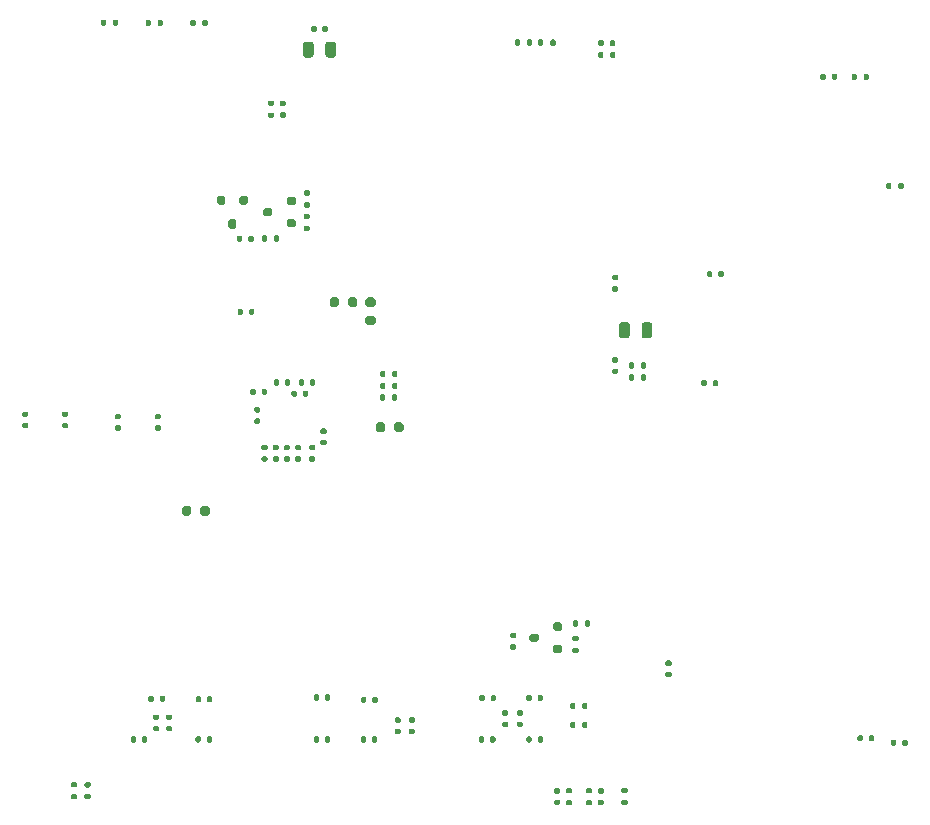
<source format=gbr>
%TF.GenerationSoftware,KiCad,Pcbnew,(5.1.8-0-10_14)*%
%TF.CreationDate,2021-02-17T10:46:27+00:00*%
%TF.ProjectId,sd2snes_ecp5,73643273-6e65-4735-9f65-6370352e6b69,B*%
%TF.SameCoordinates,Original*%
%TF.FileFunction,Paste,Bot*%
%TF.FilePolarity,Positive*%
%FSLAX46Y46*%
G04 Gerber Fmt 4.6, Leading zero omitted, Abs format (unit mm)*
G04 Created by KiCad (PCBNEW (5.1.8-0-10_14)) date 2021-02-17 10:46:27*
%MOMM*%
%LPD*%
G01*
G04 APERTURE LIST*
G04 APERTURE END LIST*
%TO.C,R316*%
G36*
G01*
X171810000Y-77640000D02*
X171810000Y-77960000D01*
G75*
G02*
X171700000Y-78070000I-110000J0D01*
G01*
X171480000Y-78070000D01*
G75*
G02*
X171370000Y-77960000I0J110000D01*
G01*
X171370000Y-77640000D01*
G75*
G02*
X171480000Y-77530000I110000J0D01*
G01*
X171700000Y-77530000D01*
G75*
G02*
X171810000Y-77640000I0J-110000D01*
G01*
G37*
G36*
G01*
X172830000Y-77640000D02*
X172830000Y-77960000D01*
G75*
G02*
X172720000Y-78070000I-110000J0D01*
G01*
X172500000Y-78070000D01*
G75*
G02*
X172390000Y-77960000I0J110000D01*
G01*
X172390000Y-77640000D01*
G75*
G02*
X172500000Y-77530000I110000J0D01*
G01*
X172720000Y-77530000D01*
G75*
G02*
X172830000Y-77640000I0J-110000D01*
G01*
G37*
%TD*%
%TO.C,R315*%
G36*
G01*
X165365000Y-76910000D02*
X165365000Y-76590000D01*
G75*
G02*
X165475000Y-76480000I110000J0D01*
G01*
X165695000Y-76480000D01*
G75*
G02*
X165805000Y-76590000I0J-110000D01*
G01*
X165805000Y-76910000D01*
G75*
G02*
X165695000Y-77020000I-110000J0D01*
G01*
X165475000Y-77020000D01*
G75*
G02*
X165365000Y-76910000I0J110000D01*
G01*
G37*
G36*
G01*
X164345000Y-76910000D02*
X164345000Y-76590000D01*
G75*
G02*
X164455000Y-76480000I110000J0D01*
G01*
X164675000Y-76480000D01*
G75*
G02*
X164785000Y-76590000I0J-110000D01*
G01*
X164785000Y-76910000D01*
G75*
G02*
X164675000Y-77020000I-110000J0D01*
G01*
X164455000Y-77020000D01*
G75*
G02*
X164345000Y-76910000I0J110000D01*
G01*
G37*
%TD*%
%TO.C,R314*%
G36*
G01*
X166745000Y-76590000D02*
X166745000Y-76910000D01*
G75*
G02*
X166635000Y-77020000I-110000J0D01*
G01*
X166415000Y-77020000D01*
G75*
G02*
X166305000Y-76910000I0J110000D01*
G01*
X166305000Y-76590000D01*
G75*
G02*
X166415000Y-76480000I110000J0D01*
G01*
X166635000Y-76480000D01*
G75*
G02*
X166745000Y-76590000I0J-110000D01*
G01*
G37*
G36*
G01*
X167765000Y-76590000D02*
X167765000Y-76910000D01*
G75*
G02*
X167655000Y-77020000I-110000J0D01*
G01*
X167435000Y-77020000D01*
G75*
G02*
X167325000Y-76910000I0J110000D01*
G01*
X167325000Y-76590000D01*
G75*
G02*
X167435000Y-76480000I110000J0D01*
G01*
X167655000Y-76480000D01*
G75*
G02*
X167765000Y-76590000I0J-110000D01*
G01*
G37*
%TD*%
%TO.C,C314*%
G36*
G01*
X172350000Y-76945000D02*
X172350000Y-76655000D01*
G75*
G02*
X172465000Y-76540000I115000J0D01*
G01*
X172695000Y-76540000D01*
G75*
G02*
X172810000Y-76655000I0J-115000D01*
G01*
X172810000Y-76945000D01*
G75*
G02*
X172695000Y-77060000I-115000J0D01*
G01*
X172465000Y-77060000D01*
G75*
G02*
X172350000Y-76945000I0J115000D01*
G01*
G37*
G36*
G01*
X171390000Y-76945000D02*
X171390000Y-76655000D01*
G75*
G02*
X171505000Y-76540000I115000J0D01*
G01*
X171735000Y-76540000D01*
G75*
G02*
X171850000Y-76655000I0J-115000D01*
G01*
X171850000Y-76945000D01*
G75*
G02*
X171735000Y-77060000I-115000J0D01*
G01*
X171505000Y-77060000D01*
G75*
G02*
X171390000Y-76945000I0J115000D01*
G01*
G37*
%TD*%
%TO.C,D601*%
G36*
G01*
X140225000Y-91700000D02*
X140575000Y-91700000D01*
G75*
G02*
X140750000Y-91875000I0J-175000D01*
G01*
X140750000Y-92325000D01*
G75*
G02*
X140575000Y-92500000I-175000J0D01*
G01*
X140225000Y-92500000D01*
G75*
G02*
X140050000Y-92325000I0J175000D01*
G01*
X140050000Y-91875000D01*
G75*
G02*
X140225000Y-91700000I175000J0D01*
G01*
G37*
G36*
G01*
X141175000Y-89700000D02*
X141525000Y-89700000D01*
G75*
G02*
X141700000Y-89875000I0J-175000D01*
G01*
X141700000Y-90325000D01*
G75*
G02*
X141525000Y-90500000I-175000J0D01*
G01*
X141175000Y-90500000D01*
G75*
G02*
X141000000Y-90325000I0J175000D01*
G01*
X141000000Y-89875000D01*
G75*
G02*
X141175000Y-89700000I175000J0D01*
G01*
G37*
G36*
G01*
X139275000Y-89700000D02*
X139625000Y-89700000D01*
G75*
G02*
X139800000Y-89875000I0J-175000D01*
G01*
X139800000Y-90325000D01*
G75*
G02*
X139625000Y-90500000I-175000J0D01*
G01*
X139275000Y-90500000D01*
G75*
G02*
X139100000Y-90325000I0J175000D01*
G01*
X139100000Y-89875000D01*
G75*
G02*
X139275000Y-89700000I175000J0D01*
G01*
G37*
%TD*%
%TO.C,Q601*%
G36*
G01*
X143800000Y-90925000D02*
X143800000Y-91275000D01*
G75*
G02*
X143625000Y-91450000I-175000J0D01*
G01*
X143175000Y-91450000D01*
G75*
G02*
X143000000Y-91275000I0J175000D01*
G01*
X143000000Y-90925000D01*
G75*
G02*
X143175000Y-90750000I175000J0D01*
G01*
X143625000Y-90750000D01*
G75*
G02*
X143800000Y-90925000I0J-175000D01*
G01*
G37*
G36*
G01*
X145800000Y-91875000D02*
X145800000Y-92225000D01*
G75*
G02*
X145625000Y-92400000I-175000J0D01*
G01*
X145175000Y-92400000D01*
G75*
G02*
X145000000Y-92225000I0J175000D01*
G01*
X145000000Y-91875000D01*
G75*
G02*
X145175000Y-91700000I175000J0D01*
G01*
X145625000Y-91700000D01*
G75*
G02*
X145800000Y-91875000I0J-175000D01*
G01*
G37*
G36*
G01*
X145800000Y-89975000D02*
X145800000Y-90325000D01*
G75*
G02*
X145625000Y-90500000I-175000J0D01*
G01*
X145175000Y-90500000D01*
G75*
G02*
X145000000Y-90325000I0J175000D01*
G01*
X145000000Y-89975000D01*
G75*
G02*
X145175000Y-89800000I175000J0D01*
G01*
X145625000Y-89800000D01*
G75*
G02*
X145800000Y-89975000I0J-175000D01*
G01*
G37*
%TD*%
%TO.C,Q201*%
G36*
G01*
X166345000Y-126970000D02*
X166345000Y-127320000D01*
G75*
G02*
X166170000Y-127495000I-175000J0D01*
G01*
X165720000Y-127495000D01*
G75*
G02*
X165545000Y-127320000I0J175000D01*
G01*
X165545000Y-126970000D01*
G75*
G02*
X165720000Y-126795000I175000J0D01*
G01*
X166170000Y-126795000D01*
G75*
G02*
X166345000Y-126970000I0J-175000D01*
G01*
G37*
G36*
G01*
X168345000Y-127920000D02*
X168345000Y-128270000D01*
G75*
G02*
X168170000Y-128445000I-175000J0D01*
G01*
X167720000Y-128445000D01*
G75*
G02*
X167545000Y-128270000I0J175000D01*
G01*
X167545000Y-127920000D01*
G75*
G02*
X167720000Y-127745000I175000J0D01*
G01*
X168170000Y-127745000D01*
G75*
G02*
X168345000Y-127920000I0J-175000D01*
G01*
G37*
G36*
G01*
X168345000Y-126020000D02*
X168345000Y-126370000D01*
G75*
G02*
X168170000Y-126545000I-175000J0D01*
G01*
X167720000Y-126545000D01*
G75*
G02*
X167545000Y-126370000I0J175000D01*
G01*
X167545000Y-126020000D01*
G75*
G02*
X167720000Y-125845000I175000J0D01*
G01*
X168170000Y-125845000D01*
G75*
G02*
X168345000Y-126020000I0J-175000D01*
G01*
G37*
%TD*%
%TO.C,R313*%
G36*
G01*
X174410000Y-103940000D02*
X174410000Y-104260000D01*
G75*
G02*
X174300000Y-104370000I-110000J0D01*
G01*
X174080000Y-104370000D01*
G75*
G02*
X173970000Y-104260000I0J110000D01*
G01*
X173970000Y-103940000D01*
G75*
G02*
X174080000Y-103830000I110000J0D01*
G01*
X174300000Y-103830000D01*
G75*
G02*
X174410000Y-103940000I0J-110000D01*
G01*
G37*
G36*
G01*
X175430000Y-103940000D02*
X175430000Y-104260000D01*
G75*
G02*
X175320000Y-104370000I-110000J0D01*
G01*
X175100000Y-104370000D01*
G75*
G02*
X174990000Y-104260000I0J110000D01*
G01*
X174990000Y-103940000D01*
G75*
G02*
X175100000Y-103830000I110000J0D01*
G01*
X175320000Y-103830000D01*
G75*
G02*
X175430000Y-103940000I0J-110000D01*
G01*
G37*
%TD*%
%TO.C,R312*%
G36*
G01*
X174410000Y-104940000D02*
X174410000Y-105260000D01*
G75*
G02*
X174300000Y-105370000I-110000J0D01*
G01*
X174080000Y-105370000D01*
G75*
G02*
X173970000Y-105260000I0J110000D01*
G01*
X173970000Y-104940000D01*
G75*
G02*
X174080000Y-104830000I110000J0D01*
G01*
X174300000Y-104830000D01*
G75*
G02*
X174410000Y-104940000I0J-110000D01*
G01*
G37*
G36*
G01*
X175430000Y-104940000D02*
X175430000Y-105260000D01*
G75*
G02*
X175320000Y-105370000I-110000J0D01*
G01*
X175100000Y-105370000D01*
G75*
G02*
X174990000Y-105260000I0J110000D01*
G01*
X174990000Y-104940000D01*
G75*
G02*
X175100000Y-104830000I110000J0D01*
G01*
X175320000Y-104830000D01*
G75*
G02*
X175430000Y-104940000I0J-110000D01*
G01*
G37*
%TD*%
%TO.C,R311*%
G36*
G01*
X143828000Y-82110000D02*
X143508000Y-82110000D01*
G75*
G02*
X143398000Y-82000000I0J110000D01*
G01*
X143398000Y-81780000D01*
G75*
G02*
X143508000Y-81670000I110000J0D01*
G01*
X143828000Y-81670000D01*
G75*
G02*
X143938000Y-81780000I0J-110000D01*
G01*
X143938000Y-82000000D01*
G75*
G02*
X143828000Y-82110000I-110000J0D01*
G01*
G37*
G36*
G01*
X143828000Y-83130000D02*
X143508000Y-83130000D01*
G75*
G02*
X143398000Y-83020000I0J110000D01*
G01*
X143398000Y-82800000D01*
G75*
G02*
X143508000Y-82690000I110000J0D01*
G01*
X143828000Y-82690000D01*
G75*
G02*
X143938000Y-82800000I0J-110000D01*
G01*
X143938000Y-83020000D01*
G75*
G02*
X143828000Y-83130000I-110000J0D01*
G01*
G37*
%TD*%
%TO.C,C313*%
G36*
G01*
X144813000Y-82150000D02*
X144523000Y-82150000D01*
G75*
G02*
X144408000Y-82035000I0J115000D01*
G01*
X144408000Y-81805000D01*
G75*
G02*
X144523000Y-81690000I115000J0D01*
G01*
X144813000Y-81690000D01*
G75*
G02*
X144928000Y-81805000I0J-115000D01*
G01*
X144928000Y-82035000D01*
G75*
G02*
X144813000Y-82150000I-115000J0D01*
G01*
G37*
G36*
G01*
X144813000Y-83110000D02*
X144523000Y-83110000D01*
G75*
G02*
X144408000Y-82995000I0J115000D01*
G01*
X144408000Y-82765000D01*
G75*
G02*
X144523000Y-82650000I115000J0D01*
G01*
X144813000Y-82650000D01*
G75*
G02*
X144928000Y-82765000I0J-115000D01*
G01*
X144928000Y-82995000D01*
G75*
G02*
X144813000Y-83110000I-115000J0D01*
G01*
G37*
%TD*%
%TO.C,R205*%
G36*
G01*
X170010000Y-134685000D02*
X170010000Y-134365000D01*
G75*
G02*
X170120000Y-134255000I110000J0D01*
G01*
X170340000Y-134255000D01*
G75*
G02*
X170450000Y-134365000I0J-110000D01*
G01*
X170450000Y-134685000D01*
G75*
G02*
X170340000Y-134795000I-110000J0D01*
G01*
X170120000Y-134795000D01*
G75*
G02*
X170010000Y-134685000I0J110000D01*
G01*
G37*
G36*
G01*
X168990000Y-134685000D02*
X168990000Y-134365000D01*
G75*
G02*
X169100000Y-134255000I110000J0D01*
G01*
X169320000Y-134255000D01*
G75*
G02*
X169430000Y-134365000I0J-110000D01*
G01*
X169430000Y-134685000D01*
G75*
G02*
X169320000Y-134795000I-110000J0D01*
G01*
X169100000Y-134795000D01*
G75*
G02*
X168990000Y-134685000I0J110000D01*
G01*
G37*
%TD*%
%TO.C,R204*%
G36*
G01*
X170010000Y-133085000D02*
X170010000Y-132765000D01*
G75*
G02*
X170120000Y-132655000I110000J0D01*
G01*
X170340000Y-132655000D01*
G75*
G02*
X170450000Y-132765000I0J-110000D01*
G01*
X170450000Y-133085000D01*
G75*
G02*
X170340000Y-133195000I-110000J0D01*
G01*
X170120000Y-133195000D01*
G75*
G02*
X170010000Y-133085000I0J110000D01*
G01*
G37*
G36*
G01*
X168990000Y-133085000D02*
X168990000Y-132765000D01*
G75*
G02*
X169100000Y-132655000I110000J0D01*
G01*
X169320000Y-132655000D01*
G75*
G02*
X169430000Y-132765000I0J-110000D01*
G01*
X169430000Y-133085000D01*
G75*
G02*
X169320000Y-133195000I-110000J0D01*
G01*
X169100000Y-133195000D01*
G75*
G02*
X168990000Y-133085000I0J110000D01*
G01*
G37*
%TD*%
%TO.C,C506*%
G36*
G01*
X145825000Y-111775000D02*
X146115000Y-111775000D01*
G75*
G02*
X146230000Y-111890000I0J-115000D01*
G01*
X146230000Y-112120000D01*
G75*
G02*
X146115000Y-112235000I-115000J0D01*
G01*
X145825000Y-112235000D01*
G75*
G02*
X145710000Y-112120000I0J115000D01*
G01*
X145710000Y-111890000D01*
G75*
G02*
X145825000Y-111775000I115000J0D01*
G01*
G37*
G36*
G01*
X145825000Y-110815000D02*
X146115000Y-110815000D01*
G75*
G02*
X146230000Y-110930000I0J-115000D01*
G01*
X146230000Y-111160000D01*
G75*
G02*
X146115000Y-111275000I-115000J0D01*
G01*
X145825000Y-111275000D01*
G75*
G02*
X145710000Y-111160000I0J115000D01*
G01*
X145710000Y-110930000D01*
G75*
G02*
X145825000Y-110815000I115000J0D01*
G01*
G37*
%TD*%
%TO.C,C505*%
G36*
G01*
X144875000Y-111775000D02*
X145165000Y-111775000D01*
G75*
G02*
X145280000Y-111890000I0J-115000D01*
G01*
X145280000Y-112120000D01*
G75*
G02*
X145165000Y-112235000I-115000J0D01*
G01*
X144875000Y-112235000D01*
G75*
G02*
X144760000Y-112120000I0J115000D01*
G01*
X144760000Y-111890000D01*
G75*
G02*
X144875000Y-111775000I115000J0D01*
G01*
G37*
G36*
G01*
X144875000Y-110815000D02*
X145165000Y-110815000D01*
G75*
G02*
X145280000Y-110930000I0J-115000D01*
G01*
X145280000Y-111160000D01*
G75*
G02*
X145165000Y-111275000I-115000J0D01*
G01*
X144875000Y-111275000D01*
G75*
G02*
X144760000Y-111160000I0J115000D01*
G01*
X144760000Y-110930000D01*
G75*
G02*
X144875000Y-110815000I115000J0D01*
G01*
G37*
%TD*%
%TO.C,C310*%
G36*
G01*
X174044000Y-100655000D02*
X174044000Y-101555000D01*
G75*
G02*
X173819000Y-101780000I-225000J0D01*
G01*
X173369000Y-101780000D01*
G75*
G02*
X173144000Y-101555000I0J225000D01*
G01*
X173144000Y-100655000D01*
G75*
G02*
X173369000Y-100430000I225000J0D01*
G01*
X173819000Y-100430000D01*
G75*
G02*
X174044000Y-100655000I0J-225000D01*
G01*
G37*
G36*
G01*
X175944000Y-100655000D02*
X175944000Y-101555000D01*
G75*
G02*
X175719000Y-101780000I-225000J0D01*
G01*
X175269000Y-101780000D01*
G75*
G02*
X175044000Y-101555000I0J225000D01*
G01*
X175044000Y-100655000D01*
G75*
G02*
X175269000Y-100430000I225000J0D01*
G01*
X175719000Y-100430000D01*
G75*
G02*
X175944000Y-100655000I0J-225000D01*
G01*
G37*
%TD*%
%TO.C,C515*%
G36*
G01*
X154095000Y-109550000D02*
X154095000Y-109100000D01*
G75*
G02*
X154295000Y-108900000I200000J0D01*
G01*
X154695000Y-108900000D01*
G75*
G02*
X154895000Y-109100000I0J-200000D01*
G01*
X154895000Y-109550000D01*
G75*
G02*
X154695000Y-109750000I-200000J0D01*
G01*
X154295000Y-109750000D01*
G75*
G02*
X154095000Y-109550000I0J200000D01*
G01*
G37*
G36*
G01*
X152545000Y-109550000D02*
X152545000Y-109100000D01*
G75*
G02*
X152745000Y-108900000I200000J0D01*
G01*
X153145000Y-108900000D01*
G75*
G02*
X153345000Y-109100000I0J-200000D01*
G01*
X153345000Y-109550000D01*
G75*
G02*
X153145000Y-109750000I-200000J0D01*
G01*
X152745000Y-109750000D01*
G75*
G02*
X152545000Y-109550000I0J200000D01*
G01*
G37*
%TD*%
%TO.C,R505*%
G36*
G01*
X153944000Y-105960000D02*
X153944000Y-105640000D01*
G75*
G02*
X154054000Y-105530000I110000J0D01*
G01*
X154274000Y-105530000D01*
G75*
G02*
X154384000Y-105640000I0J-110000D01*
G01*
X154384000Y-105960000D01*
G75*
G02*
X154274000Y-106070000I-110000J0D01*
G01*
X154054000Y-106070000D01*
G75*
G02*
X153944000Y-105960000I0J110000D01*
G01*
G37*
G36*
G01*
X152924000Y-105960000D02*
X152924000Y-105640000D01*
G75*
G02*
X153034000Y-105530000I110000J0D01*
G01*
X153254000Y-105530000D01*
G75*
G02*
X153364000Y-105640000I0J-110000D01*
G01*
X153364000Y-105960000D01*
G75*
G02*
X153254000Y-106070000I-110000J0D01*
G01*
X153034000Y-106070000D01*
G75*
G02*
X152924000Y-105960000I0J110000D01*
G01*
G37*
%TD*%
%TO.C,R504*%
G36*
G01*
X153944000Y-106960000D02*
X153944000Y-106640000D01*
G75*
G02*
X154054000Y-106530000I110000J0D01*
G01*
X154274000Y-106530000D01*
G75*
G02*
X154384000Y-106640000I0J-110000D01*
G01*
X154384000Y-106960000D01*
G75*
G02*
X154274000Y-107070000I-110000J0D01*
G01*
X154054000Y-107070000D01*
G75*
G02*
X153944000Y-106960000I0J110000D01*
G01*
G37*
G36*
G01*
X152924000Y-106960000D02*
X152924000Y-106640000D01*
G75*
G02*
X153034000Y-106530000I110000J0D01*
G01*
X153254000Y-106530000D01*
G75*
G02*
X153364000Y-106640000I0J-110000D01*
G01*
X153364000Y-106960000D01*
G75*
G02*
X153254000Y-107070000I-110000J0D01*
G01*
X153034000Y-107070000D01*
G75*
G02*
X152924000Y-106960000I0J110000D01*
G01*
G37*
%TD*%
%TO.C,R503*%
G36*
G01*
X153944000Y-104960000D02*
X153944000Y-104640000D01*
G75*
G02*
X154054000Y-104530000I110000J0D01*
G01*
X154274000Y-104530000D01*
G75*
G02*
X154384000Y-104640000I0J-110000D01*
G01*
X154384000Y-104960000D01*
G75*
G02*
X154274000Y-105070000I-110000J0D01*
G01*
X154054000Y-105070000D01*
G75*
G02*
X153944000Y-104960000I0J110000D01*
G01*
G37*
G36*
G01*
X152924000Y-104960000D02*
X152924000Y-104640000D01*
G75*
G02*
X153034000Y-104530000I110000J0D01*
G01*
X153254000Y-104530000D01*
G75*
G02*
X153364000Y-104640000I0J-110000D01*
G01*
X153364000Y-104960000D01*
G75*
G02*
X153254000Y-105070000I-110000J0D01*
G01*
X153034000Y-105070000D01*
G75*
G02*
X152924000Y-104960000I0J110000D01*
G01*
G37*
%TD*%
%TO.C,C512*%
G36*
G01*
X150195000Y-98950000D02*
X150195000Y-98500000D01*
G75*
G02*
X150395000Y-98300000I200000J0D01*
G01*
X150795000Y-98300000D01*
G75*
G02*
X150995000Y-98500000I0J-200000D01*
G01*
X150995000Y-98950000D01*
G75*
G02*
X150795000Y-99150000I-200000J0D01*
G01*
X150395000Y-99150000D01*
G75*
G02*
X150195000Y-98950000I0J200000D01*
G01*
G37*
G36*
G01*
X148645000Y-98950000D02*
X148645000Y-98500000D01*
G75*
G02*
X148845000Y-98300000I200000J0D01*
G01*
X149245000Y-98300000D01*
G75*
G02*
X149445000Y-98500000I0J-200000D01*
G01*
X149445000Y-98950000D01*
G75*
G02*
X149245000Y-99150000I-200000J0D01*
G01*
X148845000Y-99150000D01*
G75*
G02*
X148645000Y-98950000I0J200000D01*
G01*
G37*
%TD*%
%TO.C,C508*%
G36*
G01*
X136925000Y-116175000D02*
X136925000Y-116625000D01*
G75*
G02*
X136725000Y-116825000I-200000J0D01*
G01*
X136325000Y-116825000D01*
G75*
G02*
X136125000Y-116625000I0J200000D01*
G01*
X136125000Y-116175000D01*
G75*
G02*
X136325000Y-115975000I200000J0D01*
G01*
X136725000Y-115975000D01*
G75*
G02*
X136925000Y-116175000I0J-200000D01*
G01*
G37*
G36*
G01*
X138475000Y-116175000D02*
X138475000Y-116625000D01*
G75*
G02*
X138275000Y-116825000I-200000J0D01*
G01*
X137875000Y-116825000D01*
G75*
G02*
X137675000Y-116625000I0J200000D01*
G01*
X137675000Y-116175000D01*
G75*
G02*
X137875000Y-115975000I200000J0D01*
G01*
X138275000Y-115975000D01*
G75*
G02*
X138475000Y-116175000I0J-200000D01*
G01*
G37*
%TD*%
%TO.C,C507*%
G36*
G01*
X152325000Y-99125000D02*
X151875000Y-99125000D01*
G75*
G02*
X151675000Y-98925000I0J200000D01*
G01*
X151675000Y-98525000D01*
G75*
G02*
X151875000Y-98325000I200000J0D01*
G01*
X152325000Y-98325000D01*
G75*
G02*
X152525000Y-98525000I0J-200000D01*
G01*
X152525000Y-98925000D01*
G75*
G02*
X152325000Y-99125000I-200000J0D01*
G01*
G37*
G36*
G01*
X152325000Y-100675000D02*
X151875000Y-100675000D01*
G75*
G02*
X151675000Y-100475000I0J200000D01*
G01*
X151675000Y-100075000D01*
G75*
G02*
X151875000Y-99875000I200000J0D01*
G01*
X152325000Y-99875000D01*
G75*
G02*
X152525000Y-100075000I0J-200000D01*
G01*
X152525000Y-100475000D01*
G75*
G02*
X152325000Y-100675000I-200000J0D01*
G01*
G37*
%TD*%
%TO.C,C415*%
G36*
G01*
X197113000Y-136175000D02*
X197113000Y-135885000D01*
G75*
G02*
X197228000Y-135770000I115000J0D01*
G01*
X197458000Y-135770000D01*
G75*
G02*
X197573000Y-135885000I0J-115000D01*
G01*
X197573000Y-136175000D01*
G75*
G02*
X197458000Y-136290000I-115000J0D01*
G01*
X197228000Y-136290000D01*
G75*
G02*
X197113000Y-136175000I0J115000D01*
G01*
G37*
G36*
G01*
X196153000Y-136175000D02*
X196153000Y-135885000D01*
G75*
G02*
X196268000Y-135770000I115000J0D01*
G01*
X196498000Y-135770000D01*
G75*
G02*
X196613000Y-135885000I0J-115000D01*
G01*
X196613000Y-136175000D01*
G75*
G02*
X196498000Y-136290000I-115000J0D01*
G01*
X196268000Y-136290000D01*
G75*
G02*
X196153000Y-136175000I0J115000D01*
G01*
G37*
%TD*%
%TO.C,C309*%
G36*
G01*
X172669000Y-97375000D02*
X172959000Y-97375000D01*
G75*
G02*
X173074000Y-97490000I0J-115000D01*
G01*
X173074000Y-97720000D01*
G75*
G02*
X172959000Y-97835000I-115000J0D01*
G01*
X172669000Y-97835000D01*
G75*
G02*
X172554000Y-97720000I0J115000D01*
G01*
X172554000Y-97490000D01*
G75*
G02*
X172669000Y-97375000I115000J0D01*
G01*
G37*
G36*
G01*
X172669000Y-96415000D02*
X172959000Y-96415000D01*
G75*
G02*
X173074000Y-96530000I0J-115000D01*
G01*
X173074000Y-96760000D01*
G75*
G02*
X172959000Y-96875000I-115000J0D01*
G01*
X172669000Y-96875000D01*
G75*
G02*
X172554000Y-96760000I0J115000D01*
G01*
X172554000Y-96530000D01*
G75*
G02*
X172669000Y-96415000I115000J0D01*
G01*
G37*
%TD*%
%TO.C,C308*%
G36*
G01*
X181064000Y-105750000D02*
X181064000Y-105460000D01*
G75*
G02*
X181179000Y-105345000I115000J0D01*
G01*
X181409000Y-105345000D01*
G75*
G02*
X181524000Y-105460000I0J-115000D01*
G01*
X181524000Y-105750000D01*
G75*
G02*
X181409000Y-105865000I-115000J0D01*
G01*
X181179000Y-105865000D01*
G75*
G02*
X181064000Y-105750000I0J115000D01*
G01*
G37*
G36*
G01*
X180104000Y-105750000D02*
X180104000Y-105460000D01*
G75*
G02*
X180219000Y-105345000I115000J0D01*
G01*
X180449000Y-105345000D01*
G75*
G02*
X180564000Y-105460000I0J-115000D01*
G01*
X180564000Y-105750000D01*
G75*
G02*
X180449000Y-105865000I-115000J0D01*
G01*
X180219000Y-105865000D01*
G75*
G02*
X180104000Y-105750000I0J115000D01*
G01*
G37*
%TD*%
%TO.C,C307*%
G36*
G01*
X181044000Y-96210000D02*
X181044000Y-96500000D01*
G75*
G02*
X180929000Y-96615000I-115000J0D01*
G01*
X180699000Y-96615000D01*
G75*
G02*
X180584000Y-96500000I0J115000D01*
G01*
X180584000Y-96210000D01*
G75*
G02*
X180699000Y-96095000I115000J0D01*
G01*
X180929000Y-96095000D01*
G75*
G02*
X181044000Y-96210000I0J-115000D01*
G01*
G37*
G36*
G01*
X182004000Y-96210000D02*
X182004000Y-96500000D01*
G75*
G02*
X181889000Y-96615000I-115000J0D01*
G01*
X181659000Y-96615000D01*
G75*
G02*
X181544000Y-96500000I0J115000D01*
G01*
X181544000Y-96210000D01*
G75*
G02*
X181659000Y-96095000I115000J0D01*
G01*
X181889000Y-96095000D01*
G75*
G02*
X182004000Y-96210000I0J-115000D01*
G01*
G37*
%TD*%
%TO.C,C306*%
G36*
G01*
X172669000Y-104355000D02*
X172959000Y-104355000D01*
G75*
G02*
X173074000Y-104470000I0J-115000D01*
G01*
X173074000Y-104700000D01*
G75*
G02*
X172959000Y-104815000I-115000J0D01*
G01*
X172669000Y-104815000D01*
G75*
G02*
X172554000Y-104700000I0J115000D01*
G01*
X172554000Y-104470000D01*
G75*
G02*
X172669000Y-104355000I115000J0D01*
G01*
G37*
G36*
G01*
X172669000Y-103395000D02*
X172959000Y-103395000D01*
G75*
G02*
X173074000Y-103510000I0J-115000D01*
G01*
X173074000Y-103740000D01*
G75*
G02*
X172959000Y-103855000I-115000J0D01*
G01*
X172669000Y-103855000D01*
G75*
G02*
X172554000Y-103740000I0J115000D01*
G01*
X172554000Y-103510000D01*
G75*
G02*
X172669000Y-103395000I115000J0D01*
G01*
G37*
%TD*%
%TO.C,C311*%
G36*
G01*
X148282000Y-77805000D02*
X148282000Y-76905000D01*
G75*
G02*
X148507000Y-76680000I225000J0D01*
G01*
X148957000Y-76680000D01*
G75*
G02*
X149182000Y-76905000I0J-225000D01*
G01*
X149182000Y-77805000D01*
G75*
G02*
X148957000Y-78030000I-225000J0D01*
G01*
X148507000Y-78030000D01*
G75*
G02*
X148282000Y-77805000I0J225000D01*
G01*
G37*
G36*
G01*
X146382000Y-77805000D02*
X146382000Y-76905000D01*
G75*
G02*
X146607000Y-76680000I225000J0D01*
G01*
X147057000Y-76680000D01*
G75*
G02*
X147282000Y-76905000I0J-225000D01*
G01*
X147282000Y-77805000D01*
G75*
G02*
X147057000Y-78030000I-225000J0D01*
G01*
X146607000Y-78030000D01*
G75*
G02*
X146382000Y-77805000I0J225000D01*
G01*
G37*
%TD*%
%TO.C,R602*%
G36*
G01*
X146540000Y-92280000D02*
X146860000Y-92280000D01*
G75*
G02*
X146970000Y-92390000I0J-110000D01*
G01*
X146970000Y-92610000D01*
G75*
G02*
X146860000Y-92720000I-110000J0D01*
G01*
X146540000Y-92720000D01*
G75*
G02*
X146430000Y-92610000I0J110000D01*
G01*
X146430000Y-92390000D01*
G75*
G02*
X146540000Y-92280000I110000J0D01*
G01*
G37*
G36*
G01*
X146540000Y-91260000D02*
X146860000Y-91260000D01*
G75*
G02*
X146970000Y-91370000I0J-110000D01*
G01*
X146970000Y-91590000D01*
G75*
G02*
X146860000Y-91700000I-110000J0D01*
G01*
X146540000Y-91700000D01*
G75*
G02*
X146430000Y-91590000I0J110000D01*
G01*
X146430000Y-91370000D01*
G75*
G02*
X146540000Y-91260000I110000J0D01*
G01*
G37*
%TD*%
%TO.C,R601*%
G36*
G01*
X146860000Y-89700000D02*
X146540000Y-89700000D01*
G75*
G02*
X146430000Y-89590000I0J110000D01*
G01*
X146430000Y-89370000D01*
G75*
G02*
X146540000Y-89260000I110000J0D01*
G01*
X146860000Y-89260000D01*
G75*
G02*
X146970000Y-89370000I0J-110000D01*
G01*
X146970000Y-89590000D01*
G75*
G02*
X146860000Y-89700000I-110000J0D01*
G01*
G37*
G36*
G01*
X146860000Y-90720000D02*
X146540000Y-90720000D01*
G75*
G02*
X146430000Y-90610000I0J110000D01*
G01*
X146430000Y-90390000D01*
G75*
G02*
X146540000Y-90280000I110000J0D01*
G01*
X146860000Y-90280000D01*
G75*
G02*
X146970000Y-90390000I0J-110000D01*
G01*
X146970000Y-90610000D01*
G75*
G02*
X146860000Y-90720000I-110000J0D01*
G01*
G37*
%TD*%
%TO.C,R603*%
G36*
G01*
X143940000Y-93510000D02*
X143940000Y-93190000D01*
G75*
G02*
X144050000Y-93080000I110000J0D01*
G01*
X144270000Y-93080000D01*
G75*
G02*
X144380000Y-93190000I0J-110000D01*
G01*
X144380000Y-93510000D01*
G75*
G02*
X144270000Y-93620000I-110000J0D01*
G01*
X144050000Y-93620000D01*
G75*
G02*
X143940000Y-93510000I0J110000D01*
G01*
G37*
G36*
G01*
X142920000Y-93510000D02*
X142920000Y-93190000D01*
G75*
G02*
X143030000Y-93080000I110000J0D01*
G01*
X143250000Y-93080000D01*
G75*
G02*
X143360000Y-93190000I0J-110000D01*
G01*
X143360000Y-93510000D01*
G75*
G02*
X143250000Y-93620000I-110000J0D01*
G01*
X143030000Y-93620000D01*
G75*
G02*
X142920000Y-93510000I0J110000D01*
G01*
G37*
%TD*%
%TO.C,R305*%
G36*
G01*
X196210000Y-88740000D02*
X196210000Y-89060000D01*
G75*
G02*
X196100000Y-89170000I-110000J0D01*
G01*
X195880000Y-89170000D01*
G75*
G02*
X195770000Y-89060000I0J110000D01*
G01*
X195770000Y-88740000D01*
G75*
G02*
X195880000Y-88630000I110000J0D01*
G01*
X196100000Y-88630000D01*
G75*
G02*
X196210000Y-88740000I0J-110000D01*
G01*
G37*
G36*
G01*
X197230000Y-88740000D02*
X197230000Y-89060000D01*
G75*
G02*
X197120000Y-89170000I-110000J0D01*
G01*
X196900000Y-89170000D01*
G75*
G02*
X196790000Y-89060000I0J110000D01*
G01*
X196790000Y-88740000D01*
G75*
G02*
X196900000Y-88630000I110000J0D01*
G01*
X197120000Y-88630000D01*
G75*
G02*
X197230000Y-88740000I0J-110000D01*
G01*
G37*
%TD*%
%TO.C,R304*%
G36*
G01*
X193845000Y-79800000D02*
X193845000Y-79480000D01*
G75*
G02*
X193955000Y-79370000I110000J0D01*
G01*
X194175000Y-79370000D01*
G75*
G02*
X194285000Y-79480000I0J-110000D01*
G01*
X194285000Y-79800000D01*
G75*
G02*
X194175000Y-79910000I-110000J0D01*
G01*
X193955000Y-79910000D01*
G75*
G02*
X193845000Y-79800000I0J110000D01*
G01*
G37*
G36*
G01*
X192825000Y-79800000D02*
X192825000Y-79480000D01*
G75*
G02*
X192935000Y-79370000I110000J0D01*
G01*
X193155000Y-79370000D01*
G75*
G02*
X193265000Y-79480000I0J-110000D01*
G01*
X193265000Y-79800000D01*
G75*
G02*
X193155000Y-79910000I-110000J0D01*
G01*
X192935000Y-79910000D01*
G75*
G02*
X192825000Y-79800000I0J110000D01*
G01*
G37*
%TD*%
%TO.C,R301*%
G36*
G01*
X137874000Y-75230000D02*
X137874000Y-74910000D01*
G75*
G02*
X137984000Y-74800000I110000J0D01*
G01*
X138204000Y-74800000D01*
G75*
G02*
X138314000Y-74910000I0J-110000D01*
G01*
X138314000Y-75230000D01*
G75*
G02*
X138204000Y-75340000I-110000J0D01*
G01*
X137984000Y-75340000D01*
G75*
G02*
X137874000Y-75230000I0J110000D01*
G01*
G37*
G36*
G01*
X136854000Y-75230000D02*
X136854000Y-74910000D01*
G75*
G02*
X136964000Y-74800000I110000J0D01*
G01*
X137184000Y-74800000D01*
G75*
G02*
X137294000Y-74910000I0J-110000D01*
G01*
X137294000Y-75230000D01*
G75*
G02*
X137184000Y-75340000I-110000J0D01*
G01*
X136964000Y-75340000D01*
G75*
G02*
X136854000Y-75230000I0J110000D01*
G01*
G37*
%TD*%
%TO.C,R302*%
G36*
G01*
X133494000Y-74910000D02*
X133494000Y-75230000D01*
G75*
G02*
X133384000Y-75340000I-110000J0D01*
G01*
X133164000Y-75340000D01*
G75*
G02*
X133054000Y-75230000I0J110000D01*
G01*
X133054000Y-74910000D01*
G75*
G02*
X133164000Y-74800000I110000J0D01*
G01*
X133384000Y-74800000D01*
G75*
G02*
X133494000Y-74910000I0J-110000D01*
G01*
G37*
G36*
G01*
X134514000Y-74910000D02*
X134514000Y-75230000D01*
G75*
G02*
X134404000Y-75340000I-110000J0D01*
G01*
X134184000Y-75340000D01*
G75*
G02*
X134074000Y-75230000I0J110000D01*
G01*
X134074000Y-74910000D01*
G75*
G02*
X134184000Y-74800000I110000J0D01*
G01*
X134404000Y-74800000D01*
G75*
G02*
X134514000Y-74910000I0J-110000D01*
G01*
G37*
%TD*%
%TO.C,R303*%
G36*
G01*
X129694000Y-74910000D02*
X129694000Y-75230000D01*
G75*
G02*
X129584000Y-75340000I-110000J0D01*
G01*
X129364000Y-75340000D01*
G75*
G02*
X129254000Y-75230000I0J110000D01*
G01*
X129254000Y-74910000D01*
G75*
G02*
X129364000Y-74800000I110000J0D01*
G01*
X129584000Y-74800000D01*
G75*
G02*
X129694000Y-74910000I0J-110000D01*
G01*
G37*
G36*
G01*
X130714000Y-74910000D02*
X130714000Y-75230000D01*
G75*
G02*
X130604000Y-75340000I-110000J0D01*
G01*
X130384000Y-75340000D01*
G75*
G02*
X130274000Y-75230000I0J110000D01*
G01*
X130274000Y-74910000D01*
G75*
G02*
X130384000Y-74800000I110000J0D01*
G01*
X130604000Y-74800000D01*
G75*
G02*
X130714000Y-74910000I0J-110000D01*
G01*
G37*
%TD*%
%TO.C,R407*%
G36*
G01*
X169060000Y-140310000D02*
X168740000Y-140310000D01*
G75*
G02*
X168630000Y-140200000I0J110000D01*
G01*
X168630000Y-139980000D01*
G75*
G02*
X168740000Y-139870000I110000J0D01*
G01*
X169060000Y-139870000D01*
G75*
G02*
X169170000Y-139980000I0J-110000D01*
G01*
X169170000Y-140200000D01*
G75*
G02*
X169060000Y-140310000I-110000J0D01*
G01*
G37*
G36*
G01*
X169060000Y-141330000D02*
X168740000Y-141330000D01*
G75*
G02*
X168630000Y-141220000I0J110000D01*
G01*
X168630000Y-141000000D01*
G75*
G02*
X168740000Y-140890000I110000J0D01*
G01*
X169060000Y-140890000D01*
G75*
G02*
X169170000Y-141000000I0J-110000D01*
G01*
X169170000Y-141220000D01*
G75*
G02*
X169060000Y-141330000I-110000J0D01*
G01*
G37*
%TD*%
%TO.C,R406*%
G36*
G01*
X170440000Y-140890000D02*
X170760000Y-140890000D01*
G75*
G02*
X170870000Y-141000000I0J-110000D01*
G01*
X170870000Y-141220000D01*
G75*
G02*
X170760000Y-141330000I-110000J0D01*
G01*
X170440000Y-141330000D01*
G75*
G02*
X170330000Y-141220000I0J110000D01*
G01*
X170330000Y-141000000D01*
G75*
G02*
X170440000Y-140890000I110000J0D01*
G01*
G37*
G36*
G01*
X170440000Y-139870000D02*
X170760000Y-139870000D01*
G75*
G02*
X170870000Y-139980000I0J-110000D01*
G01*
X170870000Y-140200000D01*
G75*
G02*
X170760000Y-140310000I-110000J0D01*
G01*
X170440000Y-140310000D01*
G75*
G02*
X170330000Y-140200000I0J110000D01*
G01*
X170330000Y-139980000D01*
G75*
G02*
X170440000Y-139870000I110000J0D01*
G01*
G37*
%TD*%
%TO.C,R410*%
G36*
G01*
X173440000Y-140890000D02*
X173760000Y-140890000D01*
G75*
G02*
X173870000Y-141000000I0J-110000D01*
G01*
X173870000Y-141220000D01*
G75*
G02*
X173760000Y-141330000I-110000J0D01*
G01*
X173440000Y-141330000D01*
G75*
G02*
X173330000Y-141220000I0J110000D01*
G01*
X173330000Y-141000000D01*
G75*
G02*
X173440000Y-140890000I110000J0D01*
G01*
G37*
G36*
G01*
X173440000Y-139870000D02*
X173760000Y-139870000D01*
G75*
G02*
X173870000Y-139980000I0J-110000D01*
G01*
X173870000Y-140200000D01*
G75*
G02*
X173760000Y-140310000I-110000J0D01*
G01*
X173440000Y-140310000D01*
G75*
G02*
X173330000Y-140200000I0J110000D01*
G01*
X173330000Y-139980000D01*
G75*
G02*
X173440000Y-139870000I110000J0D01*
G01*
G37*
%TD*%
%TO.C,R203*%
G36*
G01*
X169665000Y-125785000D02*
X169665000Y-126105000D01*
G75*
G02*
X169555000Y-126215000I-110000J0D01*
G01*
X169335000Y-126215000D01*
G75*
G02*
X169225000Y-126105000I0J110000D01*
G01*
X169225000Y-125785000D01*
G75*
G02*
X169335000Y-125675000I110000J0D01*
G01*
X169555000Y-125675000D01*
G75*
G02*
X169665000Y-125785000I0J-110000D01*
G01*
G37*
G36*
G01*
X170685000Y-125785000D02*
X170685000Y-126105000D01*
G75*
G02*
X170575000Y-126215000I-110000J0D01*
G01*
X170355000Y-126215000D01*
G75*
G02*
X170245000Y-126105000I0J110000D01*
G01*
X170245000Y-125785000D01*
G75*
G02*
X170355000Y-125675000I110000J0D01*
G01*
X170575000Y-125675000D01*
G75*
G02*
X170685000Y-125785000I0J-110000D01*
G01*
G37*
%TD*%
%TO.C,R202*%
G36*
G01*
X169285000Y-127975000D02*
X169605000Y-127975000D01*
G75*
G02*
X169715000Y-128085000I0J-110000D01*
G01*
X169715000Y-128305000D01*
G75*
G02*
X169605000Y-128415000I-110000J0D01*
G01*
X169285000Y-128415000D01*
G75*
G02*
X169175000Y-128305000I0J110000D01*
G01*
X169175000Y-128085000D01*
G75*
G02*
X169285000Y-127975000I110000J0D01*
G01*
G37*
G36*
G01*
X169285000Y-126955000D02*
X169605000Y-126955000D01*
G75*
G02*
X169715000Y-127065000I0J-110000D01*
G01*
X169715000Y-127285000D01*
G75*
G02*
X169605000Y-127395000I-110000J0D01*
G01*
X169285000Y-127395000D01*
G75*
G02*
X169175000Y-127285000I0J110000D01*
G01*
X169175000Y-127065000D01*
G75*
G02*
X169285000Y-126955000I110000J0D01*
G01*
G37*
%TD*%
%TO.C,R201*%
G36*
G01*
X126840000Y-140371000D02*
X127160000Y-140371000D01*
G75*
G02*
X127270000Y-140481000I0J-110000D01*
G01*
X127270000Y-140701000D01*
G75*
G02*
X127160000Y-140811000I-110000J0D01*
G01*
X126840000Y-140811000D01*
G75*
G02*
X126730000Y-140701000I0J110000D01*
G01*
X126730000Y-140481000D01*
G75*
G02*
X126840000Y-140371000I110000J0D01*
G01*
G37*
G36*
G01*
X126840000Y-139351000D02*
X127160000Y-139351000D01*
G75*
G02*
X127270000Y-139461000I0J-110000D01*
G01*
X127270000Y-139681000D01*
G75*
G02*
X127160000Y-139791000I-110000J0D01*
G01*
X126840000Y-139791000D01*
G75*
G02*
X126730000Y-139681000I0J110000D01*
G01*
X126730000Y-139461000D01*
G75*
G02*
X126840000Y-139351000I110000J0D01*
G01*
G37*
%TD*%
%TO.C,C602*%
G36*
G01*
X141300000Y-99405000D02*
X141300000Y-99695000D01*
G75*
G02*
X141185000Y-99810000I-115000J0D01*
G01*
X140955000Y-99810000D01*
G75*
G02*
X140840000Y-99695000I0J115000D01*
G01*
X140840000Y-99405000D01*
G75*
G02*
X140955000Y-99290000I115000J0D01*
G01*
X141185000Y-99290000D01*
G75*
G02*
X141300000Y-99405000I0J-115000D01*
G01*
G37*
G36*
G01*
X142260000Y-99405000D02*
X142260000Y-99695000D01*
G75*
G02*
X142145000Y-99810000I-115000J0D01*
G01*
X141915000Y-99810000D01*
G75*
G02*
X141800000Y-99695000I0J115000D01*
G01*
X141800000Y-99405000D01*
G75*
G02*
X141915000Y-99290000I115000J0D01*
G01*
X142145000Y-99290000D01*
G75*
G02*
X142260000Y-99405000I0J-115000D01*
G01*
G37*
%TD*%
%TO.C,C604*%
G36*
G01*
X126095000Y-108950000D02*
X126385000Y-108950000D01*
G75*
G02*
X126500000Y-109065000I0J-115000D01*
G01*
X126500000Y-109295000D01*
G75*
G02*
X126385000Y-109410000I-115000J0D01*
G01*
X126095000Y-109410000D01*
G75*
G02*
X125980000Y-109295000I0J115000D01*
G01*
X125980000Y-109065000D01*
G75*
G02*
X126095000Y-108950000I115000J0D01*
G01*
G37*
G36*
G01*
X126095000Y-107990000D02*
X126385000Y-107990000D01*
G75*
G02*
X126500000Y-108105000I0J-115000D01*
G01*
X126500000Y-108335000D01*
G75*
G02*
X126385000Y-108450000I-115000J0D01*
G01*
X126095000Y-108450000D01*
G75*
G02*
X125980000Y-108335000I0J115000D01*
G01*
X125980000Y-108105000D01*
G75*
G02*
X126095000Y-107990000I115000J0D01*
G01*
G37*
%TD*%
%TO.C,C603*%
G36*
G01*
X123010000Y-108450000D02*
X122720000Y-108450000D01*
G75*
G02*
X122605000Y-108335000I0J115000D01*
G01*
X122605000Y-108105000D01*
G75*
G02*
X122720000Y-107990000I115000J0D01*
G01*
X123010000Y-107990000D01*
G75*
G02*
X123125000Y-108105000I0J-115000D01*
G01*
X123125000Y-108335000D01*
G75*
G02*
X123010000Y-108450000I-115000J0D01*
G01*
G37*
G36*
G01*
X123010000Y-109410000D02*
X122720000Y-109410000D01*
G75*
G02*
X122605000Y-109295000I0J115000D01*
G01*
X122605000Y-109065000D01*
G75*
G02*
X122720000Y-108950000I115000J0D01*
G01*
X123010000Y-108950000D01*
G75*
G02*
X123125000Y-109065000I0J-115000D01*
G01*
X123125000Y-109295000D01*
G75*
G02*
X123010000Y-109410000I-115000J0D01*
G01*
G37*
%TD*%
%TO.C,C312*%
G36*
G01*
X148032000Y-75750000D02*
X148032000Y-75460000D01*
G75*
G02*
X148147000Y-75345000I115000J0D01*
G01*
X148377000Y-75345000D01*
G75*
G02*
X148492000Y-75460000I0J-115000D01*
G01*
X148492000Y-75750000D01*
G75*
G02*
X148377000Y-75865000I-115000J0D01*
G01*
X148147000Y-75865000D01*
G75*
G02*
X148032000Y-75750000I0J115000D01*
G01*
G37*
G36*
G01*
X147072000Y-75750000D02*
X147072000Y-75460000D01*
G75*
G02*
X147187000Y-75345000I115000J0D01*
G01*
X147417000Y-75345000D01*
G75*
G02*
X147532000Y-75460000I0J-115000D01*
G01*
X147532000Y-75750000D01*
G75*
G02*
X147417000Y-75865000I-115000J0D01*
G01*
X147187000Y-75865000D01*
G75*
G02*
X147072000Y-75750000I0J115000D01*
G01*
G37*
%TD*%
%TO.C,C301*%
G36*
G01*
X190640000Y-79495000D02*
X190640000Y-79785000D01*
G75*
G02*
X190525000Y-79900000I-115000J0D01*
G01*
X190295000Y-79900000D01*
G75*
G02*
X190180000Y-79785000I0J115000D01*
G01*
X190180000Y-79495000D01*
G75*
G02*
X190295000Y-79380000I115000J0D01*
G01*
X190525000Y-79380000D01*
G75*
G02*
X190640000Y-79495000I0J-115000D01*
G01*
G37*
G36*
G01*
X191600000Y-79495000D02*
X191600000Y-79785000D01*
G75*
G02*
X191485000Y-79900000I-115000J0D01*
G01*
X191255000Y-79900000D01*
G75*
G02*
X191140000Y-79785000I0J115000D01*
G01*
X191140000Y-79495000D01*
G75*
G02*
X191255000Y-79380000I115000J0D01*
G01*
X191485000Y-79380000D01*
G75*
G02*
X191600000Y-79495000I0J-115000D01*
G01*
G37*
%TD*%
%TO.C,C417*%
G36*
G01*
X193791000Y-135504000D02*
X193791000Y-135794000D01*
G75*
G02*
X193676000Y-135909000I-115000J0D01*
G01*
X193446000Y-135909000D01*
G75*
G02*
X193331000Y-135794000I0J115000D01*
G01*
X193331000Y-135504000D01*
G75*
G02*
X193446000Y-135389000I115000J0D01*
G01*
X193676000Y-135389000D01*
G75*
G02*
X193791000Y-135504000I0J-115000D01*
G01*
G37*
G36*
G01*
X194751000Y-135504000D02*
X194751000Y-135794000D01*
G75*
G02*
X194636000Y-135909000I-115000J0D01*
G01*
X194406000Y-135909000D01*
G75*
G02*
X194291000Y-135794000I0J115000D01*
G01*
X194291000Y-135504000D01*
G75*
G02*
X194406000Y-135389000I115000J0D01*
G01*
X194636000Y-135389000D01*
G75*
G02*
X194751000Y-135504000I0J-115000D01*
G01*
G37*
%TD*%
%TO.C,C412*%
G36*
G01*
X167755000Y-140850000D02*
X168045000Y-140850000D01*
G75*
G02*
X168160000Y-140965000I0J-115000D01*
G01*
X168160000Y-141195000D01*
G75*
G02*
X168045000Y-141310000I-115000J0D01*
G01*
X167755000Y-141310000D01*
G75*
G02*
X167640000Y-141195000I0J115000D01*
G01*
X167640000Y-140965000D01*
G75*
G02*
X167755000Y-140850000I115000J0D01*
G01*
G37*
G36*
G01*
X167755000Y-139890000D02*
X168045000Y-139890000D01*
G75*
G02*
X168160000Y-140005000I0J-115000D01*
G01*
X168160000Y-140235000D01*
G75*
G02*
X168045000Y-140350000I-115000J0D01*
G01*
X167755000Y-140350000D01*
G75*
G02*
X167640000Y-140235000I0J115000D01*
G01*
X167640000Y-140005000D01*
G75*
G02*
X167755000Y-139890000I115000J0D01*
G01*
G37*
%TD*%
%TO.C,C413*%
G36*
G01*
X171455000Y-140850000D02*
X171745000Y-140850000D01*
G75*
G02*
X171860000Y-140965000I0J-115000D01*
G01*
X171860000Y-141195000D01*
G75*
G02*
X171745000Y-141310000I-115000J0D01*
G01*
X171455000Y-141310000D01*
G75*
G02*
X171340000Y-141195000I0J115000D01*
G01*
X171340000Y-140965000D01*
G75*
G02*
X171455000Y-140850000I115000J0D01*
G01*
G37*
G36*
G01*
X171455000Y-139890000D02*
X171745000Y-139890000D01*
G75*
G02*
X171860000Y-140005000I0J-115000D01*
G01*
X171860000Y-140235000D01*
G75*
G02*
X171745000Y-140350000I-115000J0D01*
G01*
X171455000Y-140350000D01*
G75*
G02*
X171340000Y-140235000I0J115000D01*
G01*
X171340000Y-140005000D01*
G75*
G02*
X171455000Y-139890000I115000J0D01*
G01*
G37*
%TD*%
%TO.C,C419*%
G36*
G01*
X177470000Y-129525000D02*
X177180000Y-129525000D01*
G75*
G02*
X177065000Y-129410000I0J115000D01*
G01*
X177065000Y-129180000D01*
G75*
G02*
X177180000Y-129065000I115000J0D01*
G01*
X177470000Y-129065000D01*
G75*
G02*
X177585000Y-129180000I0J-115000D01*
G01*
X177585000Y-129410000D01*
G75*
G02*
X177470000Y-129525000I-115000J0D01*
G01*
G37*
G36*
G01*
X177470000Y-130485000D02*
X177180000Y-130485000D01*
G75*
G02*
X177065000Y-130370000I0J115000D01*
G01*
X177065000Y-130140000D01*
G75*
G02*
X177180000Y-130025000I115000J0D01*
G01*
X177470000Y-130025000D01*
G75*
G02*
X177585000Y-130140000I0J-115000D01*
G01*
X177585000Y-130370000D01*
G75*
G02*
X177470000Y-130485000I-115000J0D01*
G01*
G37*
%TD*%
%TO.C,C606*%
G36*
G01*
X133947500Y-109150000D02*
X134237500Y-109150000D01*
G75*
G02*
X134352500Y-109265000I0J-115000D01*
G01*
X134352500Y-109495000D01*
G75*
G02*
X134237500Y-109610000I-115000J0D01*
G01*
X133947500Y-109610000D01*
G75*
G02*
X133832500Y-109495000I0J115000D01*
G01*
X133832500Y-109265000D01*
G75*
G02*
X133947500Y-109150000I115000J0D01*
G01*
G37*
G36*
G01*
X133947500Y-108190000D02*
X134237500Y-108190000D01*
G75*
G02*
X134352500Y-108305000I0J-115000D01*
G01*
X134352500Y-108535000D01*
G75*
G02*
X134237500Y-108650000I-115000J0D01*
G01*
X133947500Y-108650000D01*
G75*
G02*
X133832500Y-108535000I0J115000D01*
G01*
X133832500Y-108305000D01*
G75*
G02*
X133947500Y-108190000I115000J0D01*
G01*
G37*
%TD*%
%TO.C,C605*%
G36*
G01*
X130850000Y-108650000D02*
X130560000Y-108650000D01*
G75*
G02*
X130445000Y-108535000I0J115000D01*
G01*
X130445000Y-108305000D01*
G75*
G02*
X130560000Y-108190000I115000J0D01*
G01*
X130850000Y-108190000D01*
G75*
G02*
X130965000Y-108305000I0J-115000D01*
G01*
X130965000Y-108535000D01*
G75*
G02*
X130850000Y-108650000I-115000J0D01*
G01*
G37*
G36*
G01*
X130850000Y-109610000D02*
X130560000Y-109610000D01*
G75*
G02*
X130445000Y-109495000I0J115000D01*
G01*
X130445000Y-109265000D01*
G75*
G02*
X130560000Y-109150000I115000J0D01*
G01*
X130850000Y-109150000D01*
G75*
G02*
X130965000Y-109265000I0J-115000D01*
G01*
X130965000Y-109495000D01*
G75*
G02*
X130850000Y-109610000I-115000J0D01*
G01*
G37*
%TD*%
%TO.C,C601*%
G36*
G01*
X141750000Y-93495000D02*
X141750000Y-93205000D01*
G75*
G02*
X141865000Y-93090000I115000J0D01*
G01*
X142095000Y-93090000D01*
G75*
G02*
X142210000Y-93205000I0J-115000D01*
G01*
X142210000Y-93495000D01*
G75*
G02*
X142095000Y-93610000I-115000J0D01*
G01*
X141865000Y-93610000D01*
G75*
G02*
X141750000Y-93495000I0J115000D01*
G01*
G37*
G36*
G01*
X140790000Y-93495000D02*
X140790000Y-93205000D01*
G75*
G02*
X140905000Y-93090000I115000J0D01*
G01*
X141135000Y-93090000D01*
G75*
G02*
X141250000Y-93205000I0J-115000D01*
G01*
X141250000Y-93495000D01*
G75*
G02*
X141135000Y-93610000I-115000J0D01*
G01*
X140905000Y-93610000D01*
G75*
G02*
X140790000Y-93495000I0J115000D01*
G01*
G37*
%TD*%
%TO.C,C511*%
G36*
G01*
X142665000Y-108075000D02*
X142375000Y-108075000D01*
G75*
G02*
X142260000Y-107960000I0J115000D01*
G01*
X142260000Y-107730000D01*
G75*
G02*
X142375000Y-107615000I115000J0D01*
G01*
X142665000Y-107615000D01*
G75*
G02*
X142780000Y-107730000I0J-115000D01*
G01*
X142780000Y-107960000D01*
G75*
G02*
X142665000Y-108075000I-115000J0D01*
G01*
G37*
G36*
G01*
X142665000Y-109035000D02*
X142375000Y-109035000D01*
G75*
G02*
X142260000Y-108920000I0J115000D01*
G01*
X142260000Y-108690000D01*
G75*
G02*
X142375000Y-108575000I115000J0D01*
G01*
X142665000Y-108575000D01*
G75*
G02*
X142780000Y-108690000I0J-115000D01*
G01*
X142780000Y-108920000D01*
G75*
G02*
X142665000Y-109035000I-115000J0D01*
G01*
G37*
%TD*%
%TO.C,C510*%
G36*
G01*
X143925000Y-111775000D02*
X144215000Y-111775000D01*
G75*
G02*
X144330000Y-111890000I0J-115000D01*
G01*
X144330000Y-112120000D01*
G75*
G02*
X144215000Y-112235000I-115000J0D01*
G01*
X143925000Y-112235000D01*
G75*
G02*
X143810000Y-112120000I0J115000D01*
G01*
X143810000Y-111890000D01*
G75*
G02*
X143925000Y-111775000I115000J0D01*
G01*
G37*
G36*
G01*
X143925000Y-110815000D02*
X144215000Y-110815000D01*
G75*
G02*
X144330000Y-110930000I0J-115000D01*
G01*
X144330000Y-111160000D01*
G75*
G02*
X144215000Y-111275000I-115000J0D01*
G01*
X143925000Y-111275000D01*
G75*
G02*
X143810000Y-111160000I0J115000D01*
G01*
X143810000Y-110930000D01*
G75*
G02*
X143925000Y-110815000I115000J0D01*
G01*
G37*
%TD*%
%TO.C,C509*%
G36*
G01*
X145870000Y-106330000D02*
X145870000Y-106620000D01*
G75*
G02*
X145755000Y-106735000I-115000J0D01*
G01*
X145525000Y-106735000D01*
G75*
G02*
X145410000Y-106620000I0J115000D01*
G01*
X145410000Y-106330000D01*
G75*
G02*
X145525000Y-106215000I115000J0D01*
G01*
X145755000Y-106215000D01*
G75*
G02*
X145870000Y-106330000I0J-115000D01*
G01*
G37*
G36*
G01*
X146830000Y-106330000D02*
X146830000Y-106620000D01*
G75*
G02*
X146715000Y-106735000I-115000J0D01*
G01*
X146485000Y-106735000D01*
G75*
G02*
X146370000Y-106620000I0J115000D01*
G01*
X146370000Y-106330000D01*
G75*
G02*
X146485000Y-106215000I115000J0D01*
G01*
X146715000Y-106215000D01*
G75*
G02*
X146830000Y-106330000I0J-115000D01*
G01*
G37*
%TD*%
%TO.C,C514*%
G36*
G01*
X147975000Y-110375000D02*
X148265000Y-110375000D01*
G75*
G02*
X148380000Y-110490000I0J-115000D01*
G01*
X148380000Y-110720000D01*
G75*
G02*
X148265000Y-110835000I-115000J0D01*
G01*
X147975000Y-110835000D01*
G75*
G02*
X147860000Y-110720000I0J115000D01*
G01*
X147860000Y-110490000D01*
G75*
G02*
X147975000Y-110375000I115000J0D01*
G01*
G37*
G36*
G01*
X147975000Y-109415000D02*
X148265000Y-109415000D01*
G75*
G02*
X148380000Y-109530000I0J-115000D01*
G01*
X148380000Y-109760000D01*
G75*
G02*
X148265000Y-109875000I-115000J0D01*
G01*
X147975000Y-109875000D01*
G75*
G02*
X147860000Y-109760000I0J115000D01*
G01*
X147860000Y-109530000D01*
G75*
G02*
X147975000Y-109415000I115000J0D01*
G01*
G37*
%TD*%
%TO.C,C513*%
G36*
G01*
X144850000Y-105670000D02*
X144850000Y-105380000D01*
G75*
G02*
X144965000Y-105265000I115000J0D01*
G01*
X145195000Y-105265000D01*
G75*
G02*
X145310000Y-105380000I0J-115000D01*
G01*
X145310000Y-105670000D01*
G75*
G02*
X145195000Y-105785000I-115000J0D01*
G01*
X144965000Y-105785000D01*
G75*
G02*
X144850000Y-105670000I0J115000D01*
G01*
G37*
G36*
G01*
X143890000Y-105670000D02*
X143890000Y-105380000D01*
G75*
G02*
X144005000Y-105265000I115000J0D01*
G01*
X144235000Y-105265000D01*
G75*
G02*
X144350000Y-105380000I0J-115000D01*
G01*
X144350000Y-105670000D01*
G75*
G02*
X144235000Y-105785000I-115000J0D01*
G01*
X144005000Y-105785000D01*
G75*
G02*
X143890000Y-105670000I0J115000D01*
G01*
G37*
%TD*%
%TO.C,C504*%
G36*
G01*
X142390000Y-106180000D02*
X142390000Y-106470000D01*
G75*
G02*
X142275000Y-106585000I-115000J0D01*
G01*
X142045000Y-106585000D01*
G75*
G02*
X141930000Y-106470000I0J115000D01*
G01*
X141930000Y-106180000D01*
G75*
G02*
X142045000Y-106065000I115000J0D01*
G01*
X142275000Y-106065000D01*
G75*
G02*
X142390000Y-106180000I0J-115000D01*
G01*
G37*
G36*
G01*
X143350000Y-106180000D02*
X143350000Y-106470000D01*
G75*
G02*
X143235000Y-106585000I-115000J0D01*
G01*
X143005000Y-106585000D01*
G75*
G02*
X142890000Y-106470000I0J115000D01*
G01*
X142890000Y-106180000D01*
G75*
G02*
X143005000Y-106065000I115000J0D01*
G01*
X143235000Y-106065000D01*
G75*
G02*
X143350000Y-106180000I0J-115000D01*
G01*
G37*
%TD*%
%TO.C,C503*%
G36*
G01*
X147025000Y-111775000D02*
X147315000Y-111775000D01*
G75*
G02*
X147430000Y-111890000I0J-115000D01*
G01*
X147430000Y-112120000D01*
G75*
G02*
X147315000Y-112235000I-115000J0D01*
G01*
X147025000Y-112235000D01*
G75*
G02*
X146910000Y-112120000I0J115000D01*
G01*
X146910000Y-111890000D01*
G75*
G02*
X147025000Y-111775000I115000J0D01*
G01*
G37*
G36*
G01*
X147025000Y-110815000D02*
X147315000Y-110815000D01*
G75*
G02*
X147430000Y-110930000I0J-115000D01*
G01*
X147430000Y-111160000D01*
G75*
G02*
X147315000Y-111275000I-115000J0D01*
G01*
X147025000Y-111275000D01*
G75*
G02*
X146910000Y-111160000I0J115000D01*
G01*
X146910000Y-110930000D01*
G75*
G02*
X147025000Y-110815000I115000J0D01*
G01*
G37*
%TD*%
%TO.C,C502*%
G36*
G01*
X142975000Y-111775000D02*
X143265000Y-111775000D01*
G75*
G02*
X143380000Y-111890000I0J-115000D01*
G01*
X143380000Y-112120000D01*
G75*
G02*
X143265000Y-112235000I-115000J0D01*
G01*
X142975000Y-112235000D01*
G75*
G02*
X142860000Y-112120000I0J115000D01*
G01*
X142860000Y-111890000D01*
G75*
G02*
X142975000Y-111775000I115000J0D01*
G01*
G37*
G36*
G01*
X142975000Y-110815000D02*
X143265000Y-110815000D01*
G75*
G02*
X143380000Y-110930000I0J-115000D01*
G01*
X143380000Y-111160000D01*
G75*
G02*
X143265000Y-111275000I-115000J0D01*
G01*
X142975000Y-111275000D01*
G75*
G02*
X142860000Y-111160000I0J115000D01*
G01*
X142860000Y-110930000D01*
G75*
G02*
X142975000Y-110815000I115000J0D01*
G01*
G37*
%TD*%
%TO.C,C501*%
G36*
G01*
X146470000Y-105380000D02*
X146470000Y-105670000D01*
G75*
G02*
X146355000Y-105785000I-115000J0D01*
G01*
X146125000Y-105785000D01*
G75*
G02*
X146010000Y-105670000I0J115000D01*
G01*
X146010000Y-105380000D01*
G75*
G02*
X146125000Y-105265000I115000J0D01*
G01*
X146355000Y-105265000D01*
G75*
G02*
X146470000Y-105380000I0J-115000D01*
G01*
G37*
G36*
G01*
X147430000Y-105380000D02*
X147430000Y-105670000D01*
G75*
G02*
X147315000Y-105785000I-115000J0D01*
G01*
X147085000Y-105785000D01*
G75*
G02*
X146970000Y-105670000I0J115000D01*
G01*
X146970000Y-105380000D01*
G75*
G02*
X147085000Y-105265000I115000J0D01*
G01*
X147315000Y-105265000D01*
G75*
G02*
X147430000Y-105380000I0J-115000D01*
G01*
G37*
%TD*%
%TO.C,C203*%
G36*
G01*
X135195000Y-134100000D02*
X134905000Y-134100000D01*
G75*
G02*
X134790000Y-133985000I0J115000D01*
G01*
X134790000Y-133755000D01*
G75*
G02*
X134905000Y-133640000I115000J0D01*
G01*
X135195000Y-133640000D01*
G75*
G02*
X135310000Y-133755000I0J-115000D01*
G01*
X135310000Y-133985000D01*
G75*
G02*
X135195000Y-134100000I-115000J0D01*
G01*
G37*
G36*
G01*
X135195000Y-135060000D02*
X134905000Y-135060000D01*
G75*
G02*
X134790000Y-134945000I0J115000D01*
G01*
X134790000Y-134715000D01*
G75*
G02*
X134905000Y-134600000I115000J0D01*
G01*
X135195000Y-134600000D01*
G75*
G02*
X135310000Y-134715000I0J-115000D01*
G01*
X135310000Y-134945000D01*
G75*
G02*
X135195000Y-135060000I-115000J0D01*
G01*
G37*
%TD*%
%TO.C,C206*%
G36*
G01*
X134095000Y-134100000D02*
X133805000Y-134100000D01*
G75*
G02*
X133690000Y-133985000I0J115000D01*
G01*
X133690000Y-133755000D01*
G75*
G02*
X133805000Y-133640000I115000J0D01*
G01*
X134095000Y-133640000D01*
G75*
G02*
X134210000Y-133755000I0J-115000D01*
G01*
X134210000Y-133985000D01*
G75*
G02*
X134095000Y-134100000I-115000J0D01*
G01*
G37*
G36*
G01*
X134095000Y-135060000D02*
X133805000Y-135060000D01*
G75*
G02*
X133690000Y-134945000I0J115000D01*
G01*
X133690000Y-134715000D01*
G75*
G02*
X133805000Y-134600000I115000J0D01*
G01*
X134095000Y-134600000D01*
G75*
G02*
X134210000Y-134715000I0J-115000D01*
G01*
X134210000Y-134945000D01*
G75*
G02*
X134095000Y-135060000I-115000J0D01*
G01*
G37*
%TD*%
%TO.C,C202*%
G36*
G01*
X128288000Y-139831000D02*
X127998000Y-139831000D01*
G75*
G02*
X127883000Y-139716000I0J115000D01*
G01*
X127883000Y-139486000D01*
G75*
G02*
X127998000Y-139371000I115000J0D01*
G01*
X128288000Y-139371000D01*
G75*
G02*
X128403000Y-139486000I0J-115000D01*
G01*
X128403000Y-139716000D01*
G75*
G02*
X128288000Y-139831000I-115000J0D01*
G01*
G37*
G36*
G01*
X128288000Y-140791000D02*
X127998000Y-140791000D01*
G75*
G02*
X127883000Y-140676000I0J115000D01*
G01*
X127883000Y-140446000D01*
G75*
G02*
X127998000Y-140331000I115000J0D01*
G01*
X128288000Y-140331000D01*
G75*
G02*
X128403000Y-140446000I0J-115000D01*
G01*
X128403000Y-140676000D01*
G75*
G02*
X128288000Y-140791000I-115000J0D01*
G01*
G37*
%TD*%
%TO.C,C208*%
G36*
G01*
X154545000Y-134350000D02*
X154255000Y-134350000D01*
G75*
G02*
X154140000Y-134235000I0J115000D01*
G01*
X154140000Y-134005000D01*
G75*
G02*
X154255000Y-133890000I115000J0D01*
G01*
X154545000Y-133890000D01*
G75*
G02*
X154660000Y-134005000I0J-115000D01*
G01*
X154660000Y-134235000D01*
G75*
G02*
X154545000Y-134350000I-115000J0D01*
G01*
G37*
G36*
G01*
X154545000Y-135310000D02*
X154255000Y-135310000D01*
G75*
G02*
X154140000Y-135195000I0J115000D01*
G01*
X154140000Y-134965000D01*
G75*
G02*
X154255000Y-134850000I115000J0D01*
G01*
X154545000Y-134850000D01*
G75*
G02*
X154660000Y-134965000I0J-115000D01*
G01*
X154660000Y-135195000D01*
G75*
G02*
X154545000Y-135310000I-115000J0D01*
G01*
G37*
%TD*%
%TO.C,C204*%
G36*
G01*
X164895000Y-133750000D02*
X164605000Y-133750000D01*
G75*
G02*
X164490000Y-133635000I0J115000D01*
G01*
X164490000Y-133405000D01*
G75*
G02*
X164605000Y-133290000I115000J0D01*
G01*
X164895000Y-133290000D01*
G75*
G02*
X165010000Y-133405000I0J-115000D01*
G01*
X165010000Y-133635000D01*
G75*
G02*
X164895000Y-133750000I-115000J0D01*
G01*
G37*
G36*
G01*
X164895000Y-134710000D02*
X164605000Y-134710000D01*
G75*
G02*
X164490000Y-134595000I0J115000D01*
G01*
X164490000Y-134365000D01*
G75*
G02*
X164605000Y-134250000I115000J0D01*
G01*
X164895000Y-134250000D01*
G75*
G02*
X165010000Y-134365000I0J-115000D01*
G01*
X165010000Y-134595000D01*
G75*
G02*
X164895000Y-134710000I-115000J0D01*
G01*
G37*
%TD*%
%TO.C,C201*%
G36*
G01*
X164340000Y-127195000D02*
X164050000Y-127195000D01*
G75*
G02*
X163935000Y-127080000I0J115000D01*
G01*
X163935000Y-126850000D01*
G75*
G02*
X164050000Y-126735000I115000J0D01*
G01*
X164340000Y-126735000D01*
G75*
G02*
X164455000Y-126850000I0J-115000D01*
G01*
X164455000Y-127080000D01*
G75*
G02*
X164340000Y-127195000I-115000J0D01*
G01*
G37*
G36*
G01*
X164340000Y-128155000D02*
X164050000Y-128155000D01*
G75*
G02*
X163935000Y-128040000I0J115000D01*
G01*
X163935000Y-127810000D01*
G75*
G02*
X164050000Y-127695000I115000J0D01*
G01*
X164340000Y-127695000D01*
G75*
G02*
X164455000Y-127810000I0J-115000D01*
G01*
X164455000Y-128040000D01*
G75*
G02*
X164340000Y-128155000I-115000J0D01*
G01*
G37*
%TD*%
%TO.C,C205*%
G36*
G01*
X155745000Y-134350000D02*
X155455000Y-134350000D01*
G75*
G02*
X155340000Y-134235000I0J115000D01*
G01*
X155340000Y-134005000D01*
G75*
G02*
X155455000Y-133890000I115000J0D01*
G01*
X155745000Y-133890000D01*
G75*
G02*
X155860000Y-134005000I0J-115000D01*
G01*
X155860000Y-134235000D01*
G75*
G02*
X155745000Y-134350000I-115000J0D01*
G01*
G37*
G36*
G01*
X155745000Y-135310000D02*
X155455000Y-135310000D01*
G75*
G02*
X155340000Y-135195000I0J115000D01*
G01*
X155340000Y-134965000D01*
G75*
G02*
X155455000Y-134850000I115000J0D01*
G01*
X155745000Y-134850000D01*
G75*
G02*
X155860000Y-134965000I0J-115000D01*
G01*
X155860000Y-135195000D01*
G75*
G02*
X155745000Y-135310000I-115000J0D01*
G01*
G37*
%TD*%
%TO.C,C207*%
G36*
G01*
X163645000Y-133750000D02*
X163355000Y-133750000D01*
G75*
G02*
X163240000Y-133635000I0J115000D01*
G01*
X163240000Y-133405000D01*
G75*
G02*
X163355000Y-133290000I115000J0D01*
G01*
X163645000Y-133290000D01*
G75*
G02*
X163760000Y-133405000I0J-115000D01*
G01*
X163760000Y-133635000D01*
G75*
G02*
X163645000Y-133750000I-115000J0D01*
G01*
G37*
G36*
G01*
X163645000Y-134710000D02*
X163355000Y-134710000D01*
G75*
G02*
X163240000Y-134595000I0J115000D01*
G01*
X163240000Y-134365000D01*
G75*
G02*
X163355000Y-134250000I115000J0D01*
G01*
X163645000Y-134250000D01*
G75*
G02*
X163760000Y-134365000I0J-115000D01*
G01*
X163760000Y-134595000D01*
G75*
G02*
X163645000Y-134710000I-115000J0D01*
G01*
G37*
%TD*%
%TO.C,C220*%
G36*
G01*
X132250000Y-135605000D02*
X132250000Y-135895000D01*
G75*
G02*
X132135000Y-136010000I-115000J0D01*
G01*
X131905000Y-136010000D01*
G75*
G02*
X131790000Y-135895000I0J115000D01*
G01*
X131790000Y-135605000D01*
G75*
G02*
X131905000Y-135490000I115000J0D01*
G01*
X132135000Y-135490000D01*
G75*
G02*
X132250000Y-135605000I0J-115000D01*
G01*
G37*
G36*
G01*
X133210000Y-135605000D02*
X133210000Y-135895000D01*
G75*
G02*
X133095000Y-136010000I-115000J0D01*
G01*
X132865000Y-136010000D01*
G75*
G02*
X132750000Y-135895000I0J115000D01*
G01*
X132750000Y-135605000D01*
G75*
G02*
X132865000Y-135490000I115000J0D01*
G01*
X133095000Y-135490000D01*
G75*
G02*
X133210000Y-135605000I0J-115000D01*
G01*
G37*
%TD*%
%TO.C,C219*%
G36*
G01*
X137730000Y-135605000D02*
X137730000Y-135895000D01*
G75*
G02*
X137615000Y-136010000I-115000J0D01*
G01*
X137385000Y-136010000D01*
G75*
G02*
X137270000Y-135895000I0J115000D01*
G01*
X137270000Y-135605000D01*
G75*
G02*
X137385000Y-135490000I115000J0D01*
G01*
X137615000Y-135490000D01*
G75*
G02*
X137730000Y-135605000I0J-115000D01*
G01*
G37*
G36*
G01*
X138690000Y-135605000D02*
X138690000Y-135895000D01*
G75*
G02*
X138575000Y-136010000I-115000J0D01*
G01*
X138345000Y-136010000D01*
G75*
G02*
X138230000Y-135895000I0J115000D01*
G01*
X138230000Y-135605000D01*
G75*
G02*
X138345000Y-135490000I115000J0D01*
G01*
X138575000Y-135490000D01*
G75*
G02*
X138690000Y-135605000I0J-115000D01*
G01*
G37*
%TD*%
%TO.C,C218*%
G36*
G01*
X151730000Y-135605000D02*
X151730000Y-135895000D01*
G75*
G02*
X151615000Y-136010000I-115000J0D01*
G01*
X151385000Y-136010000D01*
G75*
G02*
X151270000Y-135895000I0J115000D01*
G01*
X151270000Y-135605000D01*
G75*
G02*
X151385000Y-135490000I115000J0D01*
G01*
X151615000Y-135490000D01*
G75*
G02*
X151730000Y-135605000I0J-115000D01*
G01*
G37*
G36*
G01*
X152690000Y-135605000D02*
X152690000Y-135895000D01*
G75*
G02*
X152575000Y-136010000I-115000J0D01*
G01*
X152345000Y-136010000D01*
G75*
G02*
X152230000Y-135895000I0J115000D01*
G01*
X152230000Y-135605000D01*
G75*
G02*
X152345000Y-135490000I115000J0D01*
G01*
X152575000Y-135490000D01*
G75*
G02*
X152690000Y-135605000I0J-115000D01*
G01*
G37*
%TD*%
%TO.C,C217*%
G36*
G01*
X148250000Y-135895000D02*
X148250000Y-135605000D01*
G75*
G02*
X148365000Y-135490000I115000J0D01*
G01*
X148595000Y-135490000D01*
G75*
G02*
X148710000Y-135605000I0J-115000D01*
G01*
X148710000Y-135895000D01*
G75*
G02*
X148595000Y-136010000I-115000J0D01*
G01*
X148365000Y-136010000D01*
G75*
G02*
X148250000Y-135895000I0J115000D01*
G01*
G37*
G36*
G01*
X147290000Y-135895000D02*
X147290000Y-135605000D01*
G75*
G02*
X147405000Y-135490000I115000J0D01*
G01*
X147635000Y-135490000D01*
G75*
G02*
X147750000Y-135605000I0J-115000D01*
G01*
X147750000Y-135895000D01*
G75*
G02*
X147635000Y-136010000I-115000J0D01*
G01*
X147405000Y-136010000D01*
G75*
G02*
X147290000Y-135895000I0J115000D01*
G01*
G37*
%TD*%
%TO.C,C216*%
G36*
G01*
X165750000Y-135605000D02*
X165750000Y-135895000D01*
G75*
G02*
X165635000Y-136010000I-115000J0D01*
G01*
X165405000Y-136010000D01*
G75*
G02*
X165290000Y-135895000I0J115000D01*
G01*
X165290000Y-135605000D01*
G75*
G02*
X165405000Y-135490000I115000J0D01*
G01*
X165635000Y-135490000D01*
G75*
G02*
X165750000Y-135605000I0J-115000D01*
G01*
G37*
G36*
G01*
X166710000Y-135605000D02*
X166710000Y-135895000D01*
G75*
G02*
X166595000Y-136010000I-115000J0D01*
G01*
X166365000Y-136010000D01*
G75*
G02*
X166250000Y-135895000I0J115000D01*
G01*
X166250000Y-135605000D01*
G75*
G02*
X166365000Y-135490000I115000J0D01*
G01*
X166595000Y-135490000D01*
G75*
G02*
X166710000Y-135605000I0J-115000D01*
G01*
G37*
%TD*%
%TO.C,C215*%
G36*
G01*
X162230000Y-135895000D02*
X162230000Y-135605000D01*
G75*
G02*
X162345000Y-135490000I115000J0D01*
G01*
X162575000Y-135490000D01*
G75*
G02*
X162690000Y-135605000I0J-115000D01*
G01*
X162690000Y-135895000D01*
G75*
G02*
X162575000Y-136010000I-115000J0D01*
G01*
X162345000Y-136010000D01*
G75*
G02*
X162230000Y-135895000I0J115000D01*
G01*
G37*
G36*
G01*
X161270000Y-135895000D02*
X161270000Y-135605000D01*
G75*
G02*
X161385000Y-135490000I115000J0D01*
G01*
X161615000Y-135490000D01*
G75*
G02*
X161730000Y-135605000I0J-115000D01*
G01*
X161730000Y-135895000D01*
G75*
G02*
X161615000Y-136010000I-115000J0D01*
G01*
X161385000Y-136010000D01*
G75*
G02*
X161270000Y-135895000I0J115000D01*
G01*
G37*
%TD*%
%TO.C,C214*%
G36*
G01*
X134250000Y-132445000D02*
X134250000Y-132155000D01*
G75*
G02*
X134365000Y-132040000I115000J0D01*
G01*
X134595000Y-132040000D01*
G75*
G02*
X134710000Y-132155000I0J-115000D01*
G01*
X134710000Y-132445000D01*
G75*
G02*
X134595000Y-132560000I-115000J0D01*
G01*
X134365000Y-132560000D01*
G75*
G02*
X134250000Y-132445000I0J115000D01*
G01*
G37*
G36*
G01*
X133290000Y-132445000D02*
X133290000Y-132155000D01*
G75*
G02*
X133405000Y-132040000I115000J0D01*
G01*
X133635000Y-132040000D01*
G75*
G02*
X133750000Y-132155000I0J-115000D01*
G01*
X133750000Y-132445000D01*
G75*
G02*
X133635000Y-132560000I-115000J0D01*
G01*
X133405000Y-132560000D01*
G75*
G02*
X133290000Y-132445000I0J115000D01*
G01*
G37*
%TD*%
%TO.C,C213*%
G36*
G01*
X137750000Y-132205000D02*
X137750000Y-132495000D01*
G75*
G02*
X137635000Y-132610000I-115000J0D01*
G01*
X137405000Y-132610000D01*
G75*
G02*
X137290000Y-132495000I0J115000D01*
G01*
X137290000Y-132205000D01*
G75*
G02*
X137405000Y-132090000I115000J0D01*
G01*
X137635000Y-132090000D01*
G75*
G02*
X137750000Y-132205000I0J-115000D01*
G01*
G37*
G36*
G01*
X138710000Y-132205000D02*
X138710000Y-132495000D01*
G75*
G02*
X138595000Y-132610000I-115000J0D01*
G01*
X138365000Y-132610000D01*
G75*
G02*
X138250000Y-132495000I0J115000D01*
G01*
X138250000Y-132205000D01*
G75*
G02*
X138365000Y-132090000I115000J0D01*
G01*
X138595000Y-132090000D01*
G75*
G02*
X138710000Y-132205000I0J-115000D01*
G01*
G37*
%TD*%
%TO.C,C212*%
G36*
G01*
X148250000Y-132345000D02*
X148250000Y-132055000D01*
G75*
G02*
X148365000Y-131940000I115000J0D01*
G01*
X148595000Y-131940000D01*
G75*
G02*
X148710000Y-132055000I0J-115000D01*
G01*
X148710000Y-132345000D01*
G75*
G02*
X148595000Y-132460000I-115000J0D01*
G01*
X148365000Y-132460000D01*
G75*
G02*
X148250000Y-132345000I0J115000D01*
G01*
G37*
G36*
G01*
X147290000Y-132345000D02*
X147290000Y-132055000D01*
G75*
G02*
X147405000Y-131940000I115000J0D01*
G01*
X147635000Y-131940000D01*
G75*
G02*
X147750000Y-132055000I0J-115000D01*
G01*
X147750000Y-132345000D01*
G75*
G02*
X147635000Y-132460000I-115000J0D01*
G01*
X147405000Y-132460000D01*
G75*
G02*
X147290000Y-132345000I0J115000D01*
G01*
G37*
%TD*%
%TO.C,C211*%
G36*
G01*
X151750000Y-132255000D02*
X151750000Y-132545000D01*
G75*
G02*
X151635000Y-132660000I-115000J0D01*
G01*
X151405000Y-132660000D01*
G75*
G02*
X151290000Y-132545000I0J115000D01*
G01*
X151290000Y-132255000D01*
G75*
G02*
X151405000Y-132140000I115000J0D01*
G01*
X151635000Y-132140000D01*
G75*
G02*
X151750000Y-132255000I0J-115000D01*
G01*
G37*
G36*
G01*
X152710000Y-132255000D02*
X152710000Y-132545000D01*
G75*
G02*
X152595000Y-132660000I-115000J0D01*
G01*
X152365000Y-132660000D01*
G75*
G02*
X152250000Y-132545000I0J115000D01*
G01*
X152250000Y-132255000D01*
G75*
G02*
X152365000Y-132140000I115000J0D01*
G01*
X152595000Y-132140000D01*
G75*
G02*
X152710000Y-132255000I0J-115000D01*
G01*
G37*
%TD*%
%TO.C,C210*%
G36*
G01*
X162270000Y-132395000D02*
X162270000Y-132105000D01*
G75*
G02*
X162385000Y-131990000I115000J0D01*
G01*
X162615000Y-131990000D01*
G75*
G02*
X162730000Y-132105000I0J-115000D01*
G01*
X162730000Y-132395000D01*
G75*
G02*
X162615000Y-132510000I-115000J0D01*
G01*
X162385000Y-132510000D01*
G75*
G02*
X162270000Y-132395000I0J115000D01*
G01*
G37*
G36*
G01*
X161310000Y-132395000D02*
X161310000Y-132105000D01*
G75*
G02*
X161425000Y-131990000I115000J0D01*
G01*
X161655000Y-131990000D01*
G75*
G02*
X161770000Y-132105000I0J-115000D01*
G01*
X161770000Y-132395000D01*
G75*
G02*
X161655000Y-132510000I-115000J0D01*
G01*
X161425000Y-132510000D01*
G75*
G02*
X161310000Y-132395000I0J115000D01*
G01*
G37*
%TD*%
%TO.C,C209*%
G36*
G01*
X165750000Y-132095000D02*
X165750000Y-132385000D01*
G75*
G02*
X165635000Y-132500000I-115000J0D01*
G01*
X165405000Y-132500000D01*
G75*
G02*
X165290000Y-132385000I0J115000D01*
G01*
X165290000Y-132095000D01*
G75*
G02*
X165405000Y-131980000I115000J0D01*
G01*
X165635000Y-131980000D01*
G75*
G02*
X165750000Y-132095000I0J-115000D01*
G01*
G37*
G36*
G01*
X166710000Y-132095000D02*
X166710000Y-132385000D01*
G75*
G02*
X166595000Y-132500000I-115000J0D01*
G01*
X166365000Y-132500000D01*
G75*
G02*
X166250000Y-132385000I0J115000D01*
G01*
X166250000Y-132095000D01*
G75*
G02*
X166365000Y-131980000I115000J0D01*
G01*
X166595000Y-131980000D01*
G75*
G02*
X166710000Y-132095000I0J-115000D01*
G01*
G37*
%TD*%
M02*

</source>
